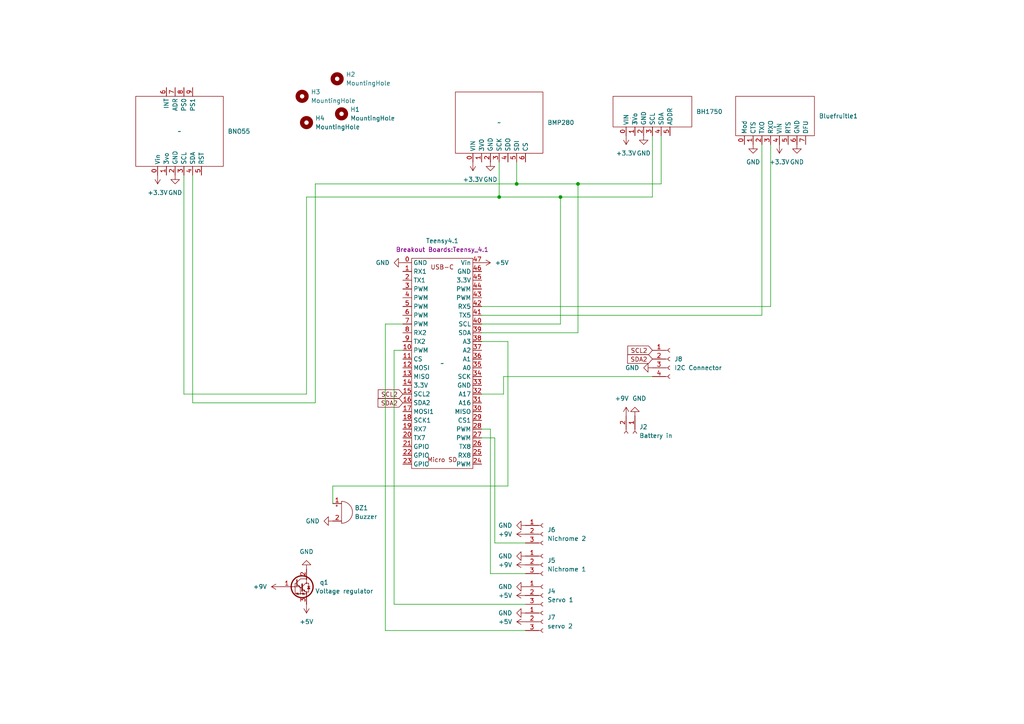
<source format=kicad_sch>
(kicad_sch (version 20230121) (generator eeschema)
  (paper "A4")
  (lib_symbols
    (symbol "Breakout Boards:BH1750"
      (property "Reference" "U" (at -3.81 6.35 0))
      (symbol "BH1750_0_1"
        (rectangle (start -6.35 7.62) (end 16.51 -1.27))
        (rectangle (start -1.27 1.27) (end -1.27 1.27))
      )
      (symbol "BH1750_1_1"
        (pin power_in line (at -2.54 -3.81 90) (length 2.54) (name "VIN") (number "0"))
        (pin output line (at 0 -3.81 90) (length 2.54) (name "3Vo") (number "1"))
        (pin output line (at 2.54 -3.81 90) (length 2.54) (name "GND") (number "2"))
        (pin bidirectional line (at 5.08 -3.81 90) (length 2.54) (name "SCL") (number "3"))
        (pin bidirectional line (at 7.62 -3.81 90) (length 2.54) (name "SDA") (number "4"))
        (pin bidirectional line (at 10.16 -3.81 90) (length 2.54) (name "ADDR") (number "5"))
      )
    )
    (symbol "Breakout Boards:BMP280"
      (property "Reference" "BMP280" (at 0 0 0))
      (symbol "BMP280_0_1"
        (rectangle (start -12.7 8.89) (end 12.7 -8.89))
      )
      (symbol "BMP280_1_1"
        (pin input line (at -7.62 -11.43 90) (length 2.54) (name "VIN") (number "0"))
        (pin input line (at -5.08 -11.43 90) (length 2.54) (name "3V0") (number "1"))
        (pin input line (at -2.54 -11.43 90) (length 2.54) (name "GND") (number "2"))
        (pin input line (at 0 -11.43 90) (length 2.54) (name "SCK") (number "3"))
        (pin input line (at 2.54 -11.43 90) (length 2.54) (name "SDO") (number "4"))
        (pin input line (at 5.08 -11.43 90) (length 2.54) (name "SDI") (number "5"))
        (pin input line (at 7.62 -11.43 90) (length 2.54) (name "CS") (number "6"))
      )
    )
    (symbol "Breakout Boards:BNO055"
      (property "Reference" "BNO055" (at 0 0 0))
      (symbol "BNO055_0_1"
        (rectangle (start -12.7 10.16) (end 12.7 -10.16))
      )
      (symbol "BNO055_1_1"
        (pin input line (at -6.35 -12.7 90) (length 2.54) (name "Vin") (number "0"))
        (pin input line (at -3.81 -12.7 90) (length 2.54) (name "3vo") (number "1"))
        (pin input line (at -1.27 -12.7 90) (length 2.54) (name "GND") (number "2"))
        (pin input line (at 1.27 -12.7 90) (length 2.54) (name "SCL") (number "3"))
        (pin input line (at 3.81 -12.7 90) (length 2.54) (name "SDA") (number "4"))
        (pin input line (at 6.35 -12.7 90) (length 2.54) (name "RST") (number "5"))
        (pin input line (at -3.81 12.7 270) (length 2.54) (name "INT") (number "6"))
        (pin input line (at -1.27 12.7 270) (length 2.54) (name "ADR") (number "7"))
        (pin input line (at 1.27 12.7 270) (length 2.54) (name "PS0") (number "8"))
        (pin input line (at 3.81 12.7 270) (length 2.54) (name "PS1") (number "9"))
      )
    )
    (symbol "Breakout Boards:Bluefruit_LE"
      (property "Reference" "U" (at 0 -2.54 0))
      (symbol "Bluefruit_LE_0_1"
        (rectangle (start -11.43 6.35) (end 11.43 -5.08))
      )
      (symbol "Bluefruit_LE_1_1"
        (pin input line (at -8.89 -7.62 90) (length 2.54) (name "Mod") (number "0"))
        (pin input line (at -6.35 -7.62 90) (length 2.54) (name "CTS") (number "1"))
        (pin output line (at -3.81 -7.62 90) (length 2.54) (name "TXO") (number "2"))
        (pin input line (at -1.27 -7.62 90) (length 2.54) (name "RXO") (number "3"))
        (pin power_in line (at 1.27 -7.62 90) (length 2.54) (name "VIN") (number "4"))
        (pin input line (at 3.81 -7.62 90) (length 2.54) (name "RTS") (number "5"))
        (pin power_out line (at 6.35 -7.62 90) (length 2.54) (name "GND") (number "6"))
        (pin input line (at 8.89 -7.62 90) (length 2.54) (name "DFU") (number "7"))
      )
    )
    (symbol "Breakout Boards:Teensy_4.1"
      (property "Reference" "Teensy4.1" (at 0 0 90))
      (property "Footprint" "Breakout Boards:Teensy_4.1" (at 0 0 0))
      (symbol "Teensy_4.1_0_1"
        (rectangle (start -8.89 30.48) (end 8.89 -30.48))
      )
      (symbol "Teensy_4.1_1_1"
        (text "Micro SD" (at 0 -27.94 0) (effects (font (size 1.27 1.27))))
        (text "USB-C" (at 0 27.94 0) (effects (font (size 1.27 1.27))))
        (pin input line (at -11.43 29.21 0) (length 2.54) (name "GND") (number "0"))
        (pin input line (at -11.43 26.67 0) (length 2.54) (name "RX1") (number "1"))
        (pin input line (at -11.43 3.81 0) (length 2.54) (name "PWM") (number "10"))
        (pin input line (at -11.43 1.27 0) (length 2.54) (name "CS") (number "11"))
        (pin input line (at -11.43 -1.27 0) (length 2.54) (name "MOSI") (number "12"))
        (pin input line (at -11.43 -3.81 0) (length 2.54) (name "MISO") (number "13"))
        (pin input line (at -11.43 -6.35 0) (length 2.54) (name "3.3V") (number "14"))
        (pin input line (at -11.43 -8.89 0) (length 2.54) (name "SCL2") (number "15"))
        (pin input line (at -11.43 -11.43 0) (length 2.54) (name "SDA2") (number "16"))
        (pin input line (at -11.43 -13.97 0) (length 2.54) (name "MOSI1") (number "17"))
        (pin input line (at -11.43 -16.51 0) (length 2.54) (name "SCK1") (number "18"))
        (pin input line (at -11.43 -19.05 0) (length 2.54) (name "RX7") (number "19"))
        (pin input line (at -11.43 24.13 0) (length 2.54) (name "TX1") (number "2"))
        (pin input line (at -11.43 -21.59 0) (length 2.54) (name "TX7") (number "20"))
        (pin input line (at -11.43 -24.13 0) (length 2.54) (name "GPIO") (number "21"))
        (pin input line (at -11.43 -26.67 0) (length 2.54) (name "GPIO") (number "22"))
        (pin input line (at -11.43 -29.21 0) (length 2.54) (name "GPIO") (number "23"))
        (pin input line (at 11.43 -29.21 180) (length 2.54) (name "PWM") (number "24"))
        (pin input line (at 11.43 -26.67 180) (length 2.54) (name "RX8") (number "25"))
        (pin input line (at 11.43 -24.13 180) (length 2.54) (name "TX8") (number "26"))
        (pin input line (at 11.43 -21.59 180) (length 2.54) (name "PWM") (number "27"))
        (pin input line (at 11.43 -19.05 180) (length 2.54) (name "PWM") (number "28"))
        (pin input line (at 11.43 -16.51 180) (length 2.54) (name "CS1") (number "29"))
        (pin input line (at -11.43 21.59 0) (length 2.54) (name "PWM") (number "3"))
        (pin input line (at 11.43 -13.97 180) (length 2.54) (name "MISO") (number "30"))
        (pin input line (at 11.43 -11.43 180) (length 2.54) (name "A16") (number "31"))
        (pin input line (at 11.43 -8.89 180) (length 2.54) (name "A17") (number "32"))
        (pin input line (at 11.43 -6.35 180) (length 2.54) (name "GND") (number "33"))
        (pin input line (at 11.43 -3.81 180) (length 2.54) (name "SCK") (number "34"))
        (pin input line (at 11.43 -1.27 180) (length 2.54) (name "A0") (number "35"))
        (pin input line (at 11.43 1.27 180) (length 2.54) (name "A1") (number "36"))
        (pin input line (at 11.43 3.81 180) (length 2.54) (name "A2") (number "37"))
        (pin input line (at 11.43 6.35 180) (length 2.54) (name "A3") (number "38"))
        (pin input line (at 11.43 8.89 180) (length 2.54) (name "SDA") (number "39"))
        (pin input line (at -11.43 19.05 0) (length 2.54) (name "PWM") (number "4"))
        (pin input line (at 11.43 11.43 180) (length 2.54) (name "SCL") (number "40"))
        (pin input line (at 11.43 13.97 180) (length 2.54) (name "TX5") (number "41"))
        (pin input line (at 11.43 16.51 180) (length 2.54) (name "RX5") (number "42"))
        (pin input line (at 11.43 19.05 180) (length 2.54) (name "PWM") (number "43"))
        (pin input line (at 11.43 21.59 180) (length 2.54) (name "PWM") (number "44"))
        (pin input line (at 11.43 24.13 180) (length 2.54) (name "3.3V") (number "45"))
        (pin input line (at 11.43 26.67 180) (length 2.54) (name "GND") (number "46"))
        (pin input line (at 11.43 29.21 180) (length 2.54) (name "Vin") (number "47"))
        (pin input line (at -11.43 16.51 0) (length 2.54) (name "PWM") (number "5"))
        (pin input line (at -11.43 13.97 0) (length 2.54) (name "PWM") (number "6"))
        (pin input line (at -11.43 11.43 0) (length 2.54) (name "PWM") (number "7"))
        (pin input line (at -11.43 8.89 0) (length 2.54) (name "RX2") (number "8"))
        (pin input line (at -11.43 6.35 0) (length 2.54) (name "TX2") (number "9"))
      )
    )
    (symbol "Connector:Conn_01x02_Socket" (pin_names (offset 1.016) hide)
      (property "Reference" "J" (at 0 2.54 0))
      (property "Value" "Conn_01x02_Socket" (at 0 -5.08 0))
      (symbol "Conn_01x02_Socket_1_1"
        (arc (start 0 -2.032) (mid -0.5058 -2.54) (end 0 -3.048) (stroke (width 0.1524)))
        (polyline (pts (xy -1.27 -2.54) (xy -0.508 -2.54)) (stroke (width 0.1524)))
        (polyline (pts (xy -1.27 0) (xy -0.508 0)) (stroke (width 0.1524)))
        (arc (start 0 0.508) (mid -0.5058 0) (end 0 -0.508) (stroke (width 0.1524)))
        (pin passive line (at -5.08 0 0) (length 3.81) (name "Pin_1") (number "1"))
        (pin passive line (at -5.08 -2.54 0) (length 3.81) (name "Pin_2") (number "2"))
      )
    )
    (symbol "Connector:Conn_01x03_Socket" (pin_names (offset 1.016) hide)
      (property "Reference" "J" (at 0 5.08 0))
      (property "Value" "Conn_01x03_Socket" (at 0 -5.08 0))
      (symbol "Conn_01x03_Socket_1_1"
        (arc (start 0 -2.032) (mid -0.5058 -2.54) (end 0 -3.048) (stroke (width 0.1524)))
        (polyline (pts (xy -1.27 -2.54) (xy -0.508 -2.54)) (stroke (width 0.1524)))
        (polyline (pts (xy -1.27 0) (xy -0.508 0)) (stroke (width 0.1524)))
        (polyline (pts (xy -1.27 2.54) (xy -0.508 2.54)) (stroke (width 0.1524)))
        (arc (start 0 0.508) (mid -0.5058 0) (end 0 -0.508) (stroke (width 0.1524)))
        (arc (start 0 3.048) (mid -0.5058 2.54) (end 0 2.032) (stroke (width 0.1524)))
        (pin passive line (at -5.08 2.54 0) (length 3.81) (name "Pin_1") (number "1"))
        (pin passive line (at -5.08 0 0) (length 3.81) (name "Pin_2") (number "2"))
        (pin passive line (at -5.08 -2.54 0) (length 3.81) (name "Pin_3") (number "3"))
      )
    )
    (symbol "Connector:Conn_01x04_Socket" (pin_names (offset 1.016) hide)
      (property "Reference" "J" (at 0 5.08 0))
      (property "Value" "Conn_01x04_Socket" (at 0 -7.62 0))
      (symbol "Conn_01x04_Socket_1_1"
        (arc (start 0 -4.572) (mid -0.5058 -5.08) (end 0 -5.588) (stroke (width 0.1524)))
        (arc (start 0 -2.032) (mid -0.5058 -2.54) (end 0 -3.048) (stroke (width 0.1524)))
        (polyline (pts (xy -1.27 -5.08) (xy -0.508 -5.08)) (stroke (width 0.1524)))
        (polyline (pts (xy -1.27 -2.54) (xy -0.508 -2.54)) (stroke (width 0.1524)))
        (polyline (pts (xy -1.27 0) (xy -0.508 0)) (stroke (width 0.1524)))
        (polyline (pts (xy -1.27 2.54) (xy -0.508 2.54)) (stroke (width 0.1524)))
        (arc (start 0 0.508) (mid -0.5058 0) (end 0 -0.508) (stroke (width 0.1524)))
        (arc (start 0 3.048) (mid -0.5058 2.54) (end 0 2.032) (stroke (width 0.1524)))
        (pin passive line (at -5.08 2.54 0) (length 3.81) (name "Pin_1") (number "1"))
        (pin passive line (at -5.08 0 0) (length 3.81) (name "Pin_2") (number "2"))
        (pin passive line (at -5.08 -2.54 0) (length 3.81) (name "Pin_3") (number "3"))
        (pin passive line (at -5.08 -5.08 0) (length 3.81) (name "Pin_4") (number "4"))
      )
    )
    (symbol "Device:Buzzer" (pin_names (offset 0.0254) hide)
      (property "Reference" "BZ" (at 3.81 1.27 0))
      (property "Value" "Buzzer" (at 3.81 -1.27 0))
      (symbol "Buzzer_0_1"
        (arc (start 0 -3.175) (mid 3.1612 0) (end 0 3.175))
        (polyline (pts (xy -1.651 1.905) (xy -1.143 1.905)))
        (polyline (pts (xy -1.397 2.159) (xy -1.397 1.651)))
        (polyline (pts (xy 0 3.175) (xy 0 -3.175)))
      )
      (symbol "Buzzer_1_1"
        (pin passive line (at -2.54 2.54 0) (length 2.54) (name "-") (number "1"))
        (pin passive line (at -2.54 -2.54 0) (length 2.54) (name "+") (number "2"))
      )
    )
    (symbol "Mechanical:MountingHole" (pin_names (offset 1.016))
      (property "Reference" "H" (at 0 5.08 0))
      (property "Value" "MountingHole" (at 0 3.175 0))
      (symbol "MountingHole_0_1"
        (circle (center 0 0) (radius 1.27) (stroke (width 1.27)))
      )
    )
    (symbol "Transistor_BJT:TIP120" (pin_names (offset 0) hide)
      (property "Reference" "Q" (at 5.08 1.905 0))
      (property "Value" "TIP120" (at 5.08 0 0))
      (symbol "TIP120_0_1"
        (circle (center -0.762 0) (radius 0.127))
        (polyline (pts (xy -1.27 0) (xy -0.889 0)))
        (polyline (pts (xy 2.54 -2.032) (xy 2.54 -2.54)))
        (polyline (pts (xy 2.54 -1.524) (xy 3.175 -1.524)))
        (polyline (pts (xy 2.794 0.127) (xy 3.556 0.127)))
        (polyline (pts (xy 3.175 -0.635) (xy 3.175 -1.524)))
        (polyline (pts (xy 3.175 1.016) (xy 2.54 1.016)))
        (polyline (pts (xy 3.175 1.016) (xy 3.175 0.127)))
        (polyline (pts (xy -0.254 0.762) (xy 0.762 -0.254) (xy 1.27 -0.254)))
        (polyline (pts (xy -0.254 1.016) (xy -0.762 1.016) (xy -0.762 -2.032)))
        (polyline (pts (xy -0.254 1.27) (xy 0.762 2.286) (xy 2.54 2.286)))
        (polyline (pts (xy -0.254 2.032) (xy -0.254 0) (xy -0.254 0)) (stroke (width 0.3048)))
        (polyline (pts (xy 1.27 0.762) (xy 1.27 -1.27) (xy 1.27 -1.27)) (stroke (width 0.381)))
        (polyline (pts (xy 0.635 -0.127) (xy 0.381 0.381) (xy 0.127 0.127) (xy 0.635 -0.127)))
        (polyline (pts (xy 1.27 -0.508) (xy 2.286 -1.524) (xy 2.54 -1.524) (xy 2.54 -2.032)))
        (polyline (pts (xy 1.27 0) (xy 2.286 1.016) (xy 2.54 1.016) (xy 2.54 2.286)))
        (polyline (pts (xy 2.159 -1.397) (xy 1.905 -0.889) (xy 1.651 -1.143) (xy 2.159 -1.397)))
        (polyline (pts (xy 3.175 0.127) (xy 2.794 -0.635) (xy 3.556 -0.635) (xy 3.175 0.127)) (fill (type outline)))
        (polyline (pts (xy 0.762 -2.032) (xy 0.381 -2.032) (xy 0.254 -2.286) (xy 0.127 -1.778) (xy 0 -2.286) (xy -0.127 -1.778) (xy -0.254 -2.286) (xy -0.381 -1.778) (xy -0.508 -2.032) (xy -0.762 -2.032)))
        (polyline (pts (xy 0.762 -0.254) (xy 0.762 -2.032) (xy 1.143 -2.032) (xy 1.27 -1.778) (xy 1.397 -2.286) (xy 1.524 -1.778) (xy 1.651 -2.286) (xy 1.778 -1.778) (xy 1.905 -2.286) (xy 2.032 -2.032) (xy 2.54 -2.032)))
        (circle (center 0.762 -2.032) (radius 0.127))
        (circle (center 0.762 -0.254) (radius 0.127))
        (circle (center 1.27 0) (radius 3.175) (stroke (width 0.3556)))
        (circle (center 2.54 -2.032) (radius 0.127))
        (circle (center 2.54 -1.524) (radius 0.127))
        (circle (center 2.54 1.016) (radius 0.127))
        (circle (center 2.54 2.286) (radius 0.127))
      )
      (symbol "TIP120_1_1"
        (pin input line (at -5.08 0 0) (length 3.81) (name "B") (number "1"))
        (pin passive line (at 2.54 5.08 270) (length 2.667) (name "C") (number "2"))
        (pin passive line (at 2.54 -5.08 90) (length 2.54) (name "E") (number "3"))
      )
    )
    (symbol "power:+3.3V" (power) (pin_names (offset 0))
      (property "Value" "+3.3V" (at 0 3.556 0))
      (symbol "+3.3V_0_1"
        (polyline (pts (xy -0.762 1.27) (xy 0 2.54)))
        (polyline (pts (xy 0 0) (xy 0 2.54)))
        (polyline (pts (xy 0 2.54) (xy 0.762 1.27)))
      )
      (symbol "+3.3V_1_1"
        (pin power_in line (at 0 0 90) (length 0) hide (name "+3.3V") (number "1"))
      )
    )
    (symbol "power:+5V" (power) (pin_names (offset 0))
      (property "Value" "+5V" (at 0 3.556 0))
      (symbol "+5V_0_1"
        (polyline (pts (xy -0.762 1.27) (xy 0 2.54)))
        (polyline (pts (xy 0 0) (xy 0 2.54)))
        (polyline (pts (xy 0 2.54) (xy 0.762 1.27)))
      )
      (symbol "+5V_1_1"
        (pin power_in line (at 0 0 90) (length 0) hide (name "+5V") (number "1"))
      )
    )
    (symbol "power:+9V" (power) (pin_names (offset 0))
      (property "Value" "+9V" (at 0 3.556 0))
      (symbol "+9V_0_1"
        (polyline (pts (xy -0.762 1.27) (xy 0 2.54)))
        (polyline (pts (xy 0 0) (xy 0 2.54)))
        (polyline (pts (xy 0 2.54) (xy 0.762 1.27)))
      )
      (symbol "+9V_1_1"
        (pin power_in line (at 0 0 90) (length 0) hide (name "+9V") (number "1"))
      )
    )
    (symbol "power:GND" (power) (pin_names (offset 0))
      (property "Value" "GND" (at 0 -3.81 0))
      (symbol "GND_0_1"
        (polyline (pts (xy 0 0) (xy 0 -1.27) (xy 1.27 -1.27) (xy 0 -2.54) (xy -1.27 -1.27) (xy 0 -1.27)))
      )
      (symbol "GND_1_1"
        (pin power_in line (at 0 0 270) (length 0) hide (name "GND") (number "1"))
      )
    )
  )
  (junction (at 149.86 53.34))
  (junction (at 167.64 53.34))
  (junction (at 144.78 57.15))
  (junction (at 162.56 57.15))
  (wire (pts (xy 167.64 96.52) (xy 139.7 96.52)))
  (wire (pts (xy 167.64 53.34) (xy 167.64 96.52)))
  (wire (pts (xy 147.32 140.97) (xy 96.52 140.97)))
  (wire (pts (xy 91.44 53.34) (xy 149.86 53.34)))
  (wire (pts (xy 144.78 57.15) (xy 162.56 57.15)))
  (wire (pts (xy 146.05 114.3) (xy 139.7 114.3)))
  (wire (pts (xy 223.52 88.9) (xy 139.7 88.9)))
  (wire (pts (xy 223.52 41.91) (xy 223.52 88.9)))
  (wire (pts (xy 55.88 116.84) (xy 91.44 116.84)))
  (wire (pts (xy 220.98 91.44) (xy 139.7 91.44)))
  (wire (pts (xy 191.77 39.37) (xy 191.77 53.34)))
  (wire (pts (xy 96.52 140.97) (xy 96.52 146.05)))
  (wire (pts (xy 162.56 93.98) (xy 139.7 93.98)))
  (wire (pts (xy 114.3 175.26) (xy 114.3 101.6)))
  (wire (pts (xy 53.34 50.8) (xy 53.34 114.3)))
  (wire (pts (xy 143.51 157.48) (xy 143.51 127)))
  (wire (pts (xy 149.86 46.99) (xy 149.86 53.34)))
  (wire (pts (xy 144.78 46.99) (xy 144.78 57.15)))
  (wire (pts (xy 114.3 101.6) (xy 116.84 101.6)))
  (wire (pts (xy 162.56 57.15) (xy 189.23 57.15)))
  (wire (pts (xy 220.98 41.91) (xy 220.98 91.44)))
  (wire (pts (xy 142.24 124.46) (xy 139.7 124.46)))
  (wire (pts (xy 152.4 166.37) (xy 142.24 166.37)))
  (wire (pts (xy 162.56 57.15) (xy 162.56 93.98)))
  (wire (pts (xy 189.23 109.22) (xy 146.05 109.22)))
  (wire (pts (xy 55.88 50.8) (xy 55.88 116.84)))
  (wire (pts (xy 152.4 157.48) (xy 143.51 157.48)))
  (wire (pts (xy 147.32 99.06) (xy 147.32 140.97)))
  (wire (pts (xy 146.05 109.22) (xy 146.05 114.3)))
  (wire (pts (xy 88.9 57.15) (xy 88.9 114.3)))
  (wire (pts (xy 88.9 57.15) (xy 144.78 57.15)))
  (wire (pts (xy 167.64 53.34) (xy 191.77 53.34)))
  (wire (pts (xy 111.76 182.88) (xy 152.4 182.88)))
  (wire (pts (xy 189.23 39.37) (xy 189.23 57.15)))
  (wire (pts (xy 53.34 114.3) (xy 88.9 114.3)))
  (wire (pts (xy 111.76 93.98) (xy 111.76 182.88)))
  (wire (pts (xy 116.84 93.98) (xy 111.76 93.98)))
  (wire (pts (xy 152.4 175.26) (xy 114.3 175.26)))
  (wire (pts (xy 149.86 53.34) (xy 167.64 53.34)))
  (wire (pts (xy 143.51 127) (xy 139.7 127)))
  (wire (pts (xy 142.24 166.37) (xy 142.24 124.46)))
  (wire (pts (xy 139.7 99.06) (xy 147.32 99.06)))
  (wire (pts (xy 91.44 53.34) (xy 91.44 116.84)))
  (global_label "SCL2" (shape input) (at 189.23 101.6 180) (property "Intersheetrefs" "${INTERSHEET_REFS}" (effects hide)))
  (global_label "SDA2" (shape input) (at 189.23 104.14 180) (property "Intersheetrefs" "${INTERSHEET_REFS}" (effects hide)))
  (global_label "SDA2" (shape input) (at 116.84 116.84 180) (property "Intersheetrefs" "${INTERSHEET_REFS}" (effects hide)))
  (global_label "SCL2" (shape input) (at 116.84 114.3 180) (property "Intersheetrefs" "${INTERSHEET_REFS}" (effects hide)))
  (symbol (lib_id "power:+9V") (at 181.61 120.65 0) (unit 1)
    (property "Reference" "#PWR023" (effects hide))
    (property "Value" "+9V" (at 180.34 115.57 0))
  )
  (symbol (lib_id "power:GND") (at 142.24 46.99 0) (unit 1)
    (property "Reference" "#PWR02" (effects hide))
    (property "Value" "GND" (at 142.24 52.07 0))
  )
  (symbol (lib_id "Breakout Boards:Bluefruit_LE") (at 224.79 34.29 0) (unit 1)
    (property "Reference" "Bluefruitle1" (at 237.49 33.655 0) (effects (justify left)))
    (property "Value" "~" (at 224.79 36.83 0))
    (property "Footprint" "Breakout Boards:Bluefruit LE" (effects hide))
  )
  (symbol (lib_id "Connector:Conn_01x03_Socket") (at 157.48 172.72 0) (unit 1)
    (property "Reference" "J4" (at 158.75 171.45 0) (effects (justify left)))
    (property "Value" "Servo 1" (at 158.75 173.99 0) (effects (justify left)))
    (property "Footprint" "Connector_JST:JST_XH_B3B-XH-A_1x03_P2.50mm_Vertical" (effects hide))
  )
  (symbol (lib_id "power:+9V") (at 81.28 170.18 90) (unit 1)
    (property "Reference" "#PWR020" (effects hide))
    (property "Value" "+9V" (at 77.47 170.18 90) (effects (justify left)))
  )
  (symbol (lib_id "power:+3.3V") (at 181.61 39.37 180) (unit 1)
    (property "Reference" "#PWR07" (effects hide))
    (property "Value" "+3.3V" (at 181.61 44.45 0))
  )
  (symbol (lib_id "power:GND") (at 186.69 39.37 0) (unit 1)
    (property "Reference" "#PWR010" (effects hide))
    (property "Value" "GND" (at 186.69 44.45 0))
  )
  (symbol (lib_id "power:+9V") (at 152.4 163.83 90) (unit 1)
    (property "Reference" "#PWR018" (effects hide))
    (property "Value" "+9V" (at 148.59 163.83 90) (effects (justify left)))
  )
  (symbol (lib_id "Breakout Boards:Teensy_4.1") (at 128.27 105.41 0) (unit 1)
    (property "Reference" "Teensy4.1" (at 128.27 69.85 0))
    (property "Value" "~" (at 128.27 105.41 0))
    (property "Footprint" "Breakout Boards:Teensy_4.1" (at 128.27 72.39 0))
  )
  (symbol (lib_id "power:+3.3V") (at 226.06 41.91 180) (unit 1)
    (property "Reference" "#PWR05" (effects hide))
    (property "Value" "+3.3V" (at 226.06 46.99 0))
  )
  (symbol (lib_id "power:GND") (at 152.4 170.18 270) (unit 1)
    (property "Reference" "#PWR012" (effects hide))
    (property "Value" "GND" (at 148.59 170.18 90) (effects (justify right)))
  )
  (symbol (lib_id "Breakout Boards:BNO055") (at 52.07 38.1 0) (unit 1)
    (property "Reference" "BNO55" (at 66.04 38.1 0) (effects (justify left)))
    (property "Value" "~" (at 52.07 38.1 0))
    (property "Footprint" "Breakout Boards:BNO055" (effects hide))
  )
  (symbol (lib_id "Connector:Conn_01x04_Socket") (at 194.31 104.14 0) (unit 1)
    (property "Reference" "J8" (at 195.58 104.14 0) (effects (justify left)))
    (property "Value" "I2C Connector" (at 195.58 106.68 0) (effects (justify left)))
    (property "Footprint" "Connector_JST:JST_XH_B4B-XH-A_1x04_P2.50mm_Vertical" (effects hide))
  )
  (symbol (lib_id "power:+5V") (at 152.4 180.34 90) (unit 1)
    (property "Reference" "#PWR016" (effects hide))
    (property "Value" "+5V" (at 148.59 180.34 90) (effects (justify left)))
  )
  (symbol (lib_id "power:GND") (at 152.4 152.4 270) (unit 1)
    (property "Reference" "#PWR013" (effects hide))
    (property "Value" "GND" (at 148.59 152.4 90) (effects (justify right)))
  )
  (symbol (lib_id "power:GND") (at 88.9 165.1 180) (unit 1)
    (property "Reference" "#PWR021" (effects hide))
    (property "Value" "GND" (at 88.9 160.02 0))
  )
  (symbol (lib_id "power:+9V") (at 152.4 154.94 90) (unit 1)
    (property "Reference" "#PWR019" (effects hide))
    (property "Value" "+9V" (at 148.59 154.94 90) (effects (justify left)))
  )
  (symbol (lib_id "power:+5V") (at 139.7 76.2 270) (unit 1)
    (property "Reference" "#PWR09" (effects hide))
    (property "Value" "+5V" (at 143.51 76.2 90) (effects (justify left)))
  )
  (symbol (lib_id "power:GND") (at 184.15 120.65 180) (unit 1)
    (property "Reference" "#PWR024" (effects hide))
    (property "Value" "GND" (at 185.42 115.57 0))
  )
  (symbol (lib_id "Connector:Conn_01x03_Socket") (at 157.48 163.83 0) (unit 1)
    (property "Reference" "J5" (at 158.75 162.56 0) (effects (justify left)))
    (property "Value" "Nichrome 1" (at 158.75 165.1 0) (effects (justify left)))
    (property "Footprint" "Connector_JST:JST_XH_B3B-XH-A_1x03_P2.50mm_Vertical" (effects hide))
  )
  (symbol (lib_id "power:GND") (at 189.23 106.68 270) (unit 1)
    (property "Reference" "#PWR025" (effects hide))
    (property "Value" "GND" (at 185.42 106.68 90) (effects (justify right)))
  )
  (symbol (lib_id "power:GND") (at 96.52 151.13 270) (unit 1)
    (property "Reference" "#PWR011" (effects hide))
    (property "Value" "GND" (at 92.71 151.13 90) (effects (justify right)))
  )
  (symbol (lib_id "Mechanical:MountingHole") (at 88.9 35.56 0) (unit 1)
    (property "Reference" "H4" (at 91.44 34.29 0) (effects (justify left)))
    (property "Value" "MountingHole" (at 91.44 36.83 0) (effects (justify left)))
    (property "Footprint" "MountingHole:MountingHole_3.2mm_M3" (effects hide))
  )
  (symbol (lib_id "power:+5V") (at 88.9 175.26 180) (unit 1)
    (property "Reference" "#PWR022" (effects hide))
    (property "Value" "+5V" (at 88.9 180.34 0))
  )
  (symbol (lib_id "Breakout Boards:BMP280") (at 144.78 35.56 0) (unit 1)
    (property "Reference" "BMP280" (at 158.75 35.56 0) (effects (justify left)))
    (property "Value" "~" (at 144.78 35.56 0))
    (property "Footprint" "Breakout Boards:BMP280" (effects hide))
  )
  (symbol (lib_id "power:GND") (at 152.4 161.29 270) (unit 1)
    (property "Reference" "#PWR014" (effects hide))
    (property "Value" "GND" (at 148.59 161.29 90) (effects (justify right)))
  )
  (symbol (lib_id "Device:Buzzer") (at 99.06 148.59 0) (unit 1)
    (property "Reference" "BZ1" (at 102.87 147.32 0) (effects (justify left)))
    (property "Value" "Buzzer" (at 102.87 149.86 0) (effects (justify left)))
    (property "Footprint" "Buzzer_Beeper:Buzzer_12x9.5RM7.6" (effects hide))
  )
  (symbol (lib_id "Transistor_BJT:TIP120") (at 86.36 170.18 0) (unit 1)
    (property "Reference" "q1" (at 92.71 168.91 0) (effects (justify left)))
    (property "Value" "Voltage regulator" (at 91.44 171.45 0) (effects (justify left)))
    (property "Footprint" "Package_TO_SOT_THT:TO-220-3_Vertical" (effects hide))
    (property "Datasheet" "https://www.onsemi.com/pub/Collateral/TIP120-D.PDF" (effects hide))
  )
  (symbol (lib_id "Breakout Boards:BH1750") (at 184.15 35.56 0) (unit 1)
    (property "Reference" "BH1750" (at 201.93 32.385 0) (effects (justify left)))
    (property "Value" "~" (at 184.15 35.56 0))
    (property "Footprint" "Breakout Boards:BH1750" (effects hide))
  )
  (symbol (lib_id "power:+3.3V") (at 137.16 46.99 180) (unit 1)
    (property "Reference" "#PWR08" (effects hide))
    (property "Value" "+3.3V" (at 137.16 52.07 0))
  )
  (symbol (lib_id "power:GND") (at 116.84 76.2 270) (unit 1)
    (property "Reference" "#PWR03" (effects hide))
    (property "Value" "GND" (at 113.03 76.2 90) (effects (justify right)))
  )
  (symbol (lib_id "Connector:Conn_01x02_Socket") (at 184.15 125.73 270) (unit 1)
    (property "Reference" "J2" (at 185.42 123.825 90) (effects (justify left)))
    (property "Value" "Battery in" (at 185.42 126.365 90) (effects (justify left)))
    (property "Footprint" "Connector_JST:JST_XH_B2B-XH-A_1x02_P2.50mm_Vertical" (effects hide))
  )
  (symbol (lib_id "power:GND") (at 231.14 41.91 0) (unit 1)
    (property "Reference" "#PWR04" (effects hide))
    (property "Value" "GND" (at 231.14 46.99 0))
  )
  (symbol (lib_id "power:+3.3V") (at 45.72 50.8 180) (unit 1)
    (property "Reference" "#PWR06" (effects hide))
    (property "Value" "+3.3V" (at 45.72 55.88 0))
  )
  (symbol (lib_id "power:GND") (at 152.4 177.8 270) (unit 1)
    (property "Reference" "#PWR015" (effects hide))
    (property "Value" "GND" (at 148.59 177.8 90) (effects (justify right)))
  )
  (symbol (lib_id "power:GND") (at 218.44 41.91 0) (unit 1)
    (property "Reference" "#PWR026" (effects hide))
    (property "Value" "GND" (at 218.44 46.99 0))
  )
  (symbol (lib_id "Mechanical:MountingHole") (at 87.63 27.94 0) (unit 1)
    (property "Reference" "H3" (at 90.17 26.67 0) (effects (justify left)))
    (property "Value" "MountingHole" (at 90.17 29.21 0) (effects (justify left)))
    (property "Footprint" "MountingHole:MountingHole_3.2mm_M3" (effects hide))
  )
  (symbol (lib_id "power:+5V") (at 152.4 172.72 90) (unit 1)
    (property "Reference" "#PWR017" (effects hide))
    (property "Value" "+5V" (at 148.59 172.72 90) (effects (justify left)))
  )
  (symbol (lib_id "Connector:Conn_01x03_Socket") (at 157.48 154.94 0) (unit 1)
    (property "Reference" "J6" (at 158.75 153.67 0) (effects (justify left)))
    (property "Value" "Nichrome 2" (at 158.75 156.21 0) (effects (justify left)))
    (property "Footprint" "Connector_JST:JST_XH_B3B-XH-A_1x03_P2.50mm_Vertical" (effects hide))
  )
  (symbol (lib_id "Connector:Conn_01x03_Socket") (at 157.48 180.34 0) (unit 1)
    (property "Reference" "J7" (at 158.75 179.07 0) (effects (justify left)))
    (property "Value" "servo 2" (at 158.75 181.61 0) (effects (justify left)))
    (property "Footprint" "Connector_JST:JST_XH_B3B-XH-A_1x03_P2.50mm_Vertical" (effects hide))
  )
  (symbol (lib_id "Mechanical:MountingHole") (at 99.06 33.02 0) (unit 1)
    (property "Reference" "H1" (at 101.6 31.75 0) (effects (justify left)))
    (property "Value" "MountingHole" (at 101.6 34.29 0) (effects (justify left)))
    (property "Footprint" "MountingHole:MountingHole_3.2mm_M3" (effects hide))
  )
  (symbol (lib_id "Mechanical:MountingHole") (at 97.79 22.86 0) (unit 1)
    (property "Reference" "H2" (at 100.33 21.59 0) (effects (justify left)))
    (property "Value" "MountingHole" (at 100.33 24.13 0) (effects (justify left)))
    (property "Footprint" "MountingHole:MountingHole_3.2mm_M3" (effects hide))
  )
  (symbol (lib_id "power:GND") (at 50.8 50.8 0) (unit 1)
    (property "Reference" "#PWR01" (effects hide))
    (property "Value" "GND" (at 50.8 55.88 0))
  )
)
</source>
